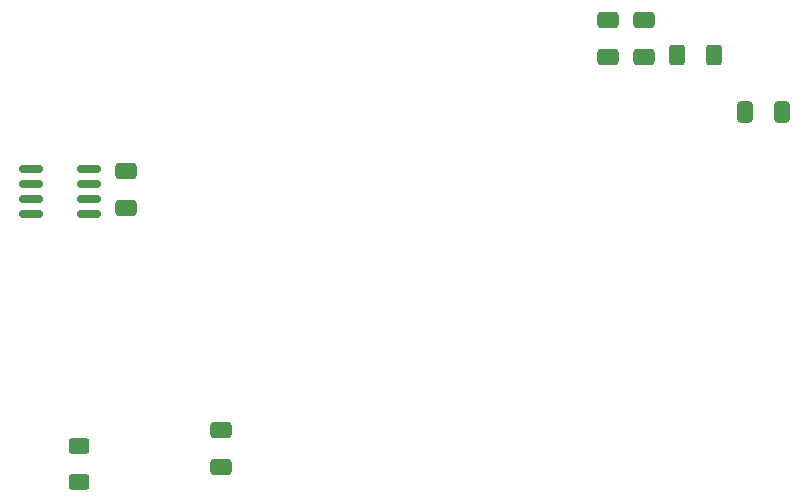
<source format=gbr>
%TF.GenerationSoftware,KiCad,Pcbnew,(6.0.7)*%
%TF.CreationDate,2023-04-14T13:01:04-04:00*%
%TF.ProjectId,NPN Tracer V2a,4e504e20-5472-4616-9365-72205632612e,rev?*%
%TF.SameCoordinates,Original*%
%TF.FileFunction,Paste,Top*%
%TF.FilePolarity,Positive*%
%FSLAX46Y46*%
G04 Gerber Fmt 4.6, Leading zero omitted, Abs format (unit mm)*
G04 Created by KiCad (PCBNEW (6.0.7)) date 2023-04-14 13:01:04*
%MOMM*%
%LPD*%
G01*
G04 APERTURE LIST*
G04 Aperture macros list*
%AMRoundRect*
0 Rectangle with rounded corners*
0 $1 Rounding radius*
0 $2 $3 $4 $5 $6 $7 $8 $9 X,Y pos of 4 corners*
0 Add a 4 corners polygon primitive as box body*
4,1,4,$2,$3,$4,$5,$6,$7,$8,$9,$2,$3,0*
0 Add four circle primitives for the rounded corners*
1,1,$1+$1,$2,$3*
1,1,$1+$1,$4,$5*
1,1,$1+$1,$6,$7*
1,1,$1+$1,$8,$9*
0 Add four rect primitives between the rounded corners*
20,1,$1+$1,$2,$3,$4,$5,0*
20,1,$1+$1,$4,$5,$6,$7,0*
20,1,$1+$1,$6,$7,$8,$9,0*
20,1,$1+$1,$8,$9,$2,$3,0*%
G04 Aperture macros list end*
%ADD10RoundRect,0.250000X-0.400000X-0.625000X0.400000X-0.625000X0.400000X0.625000X-0.400000X0.625000X0*%
%ADD11RoundRect,0.250000X0.650000X-0.412500X0.650000X0.412500X-0.650000X0.412500X-0.650000X-0.412500X0*%
%ADD12RoundRect,0.250000X-0.625000X0.400000X-0.625000X-0.400000X0.625000X-0.400000X0.625000X0.400000X0*%
%ADD13RoundRect,0.250000X-0.650000X0.412500X-0.650000X-0.412500X0.650000X-0.412500X0.650000X0.412500X0*%
%ADD14RoundRect,0.150000X-0.825000X-0.150000X0.825000X-0.150000X0.825000X0.150000X-0.825000X0.150000X0*%
%ADD15RoundRect,0.250000X-0.412500X-0.650000X0.412500X-0.650000X0.412500X0.650000X-0.412500X0.650000X0*%
G04 APERTURE END LIST*
D10*
%TO.C,R1*%
X114998500Y-77216000D03*
X118098500Y-77216000D03*
%TD*%
D11*
%TO.C,C4*%
X76390500Y-112116000D03*
X76390500Y-108991000D03*
%TD*%
D12*
%TO.C,R2*%
X64325500Y-110337000D03*
X64325500Y-113437000D03*
%TD*%
D11*
%TO.C,C7*%
X68326000Y-90170000D03*
X68326000Y-87045000D03*
%TD*%
D13*
%TO.C,C6*%
X109093000Y-74281500D03*
X109093000Y-77406500D03*
%TD*%
D14*
%TO.C,U4*%
X60263000Y-86868000D03*
X60263000Y-88138000D03*
X60263000Y-89408000D03*
X60263000Y-90678000D03*
X65213000Y-90678000D03*
X65213000Y-89408000D03*
X65213000Y-88138000D03*
X65213000Y-86868000D03*
%TD*%
D15*
%TO.C,C1*%
X120763500Y-82042000D03*
X123888500Y-82042000D03*
%TD*%
D13*
%TO.C,C5*%
X112204500Y-74320000D03*
X112204500Y-77445000D03*
%TD*%
M02*

</source>
